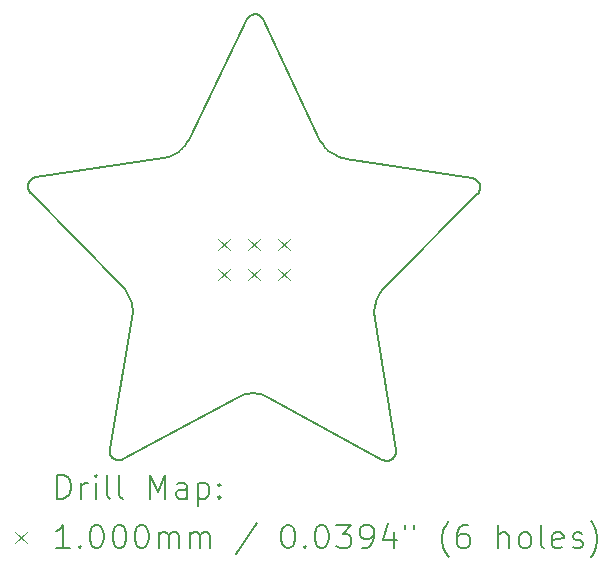
<source format=gbr>
%FSLAX45Y45*%
G04 Gerber Fmt 4.5, Leading zero omitted, Abs format (unit mm)*
G04 Created by KiCad (PCBNEW (6.0.4-0)) date 2022-05-03 21:37:51*
%MOMM*%
%LPD*%
G01*
G04 APERTURE LIST*
%TA.AperFunction,Profile*%
%ADD10C,0.200000*%
%TD*%
%ADD11C,0.200000*%
%ADD12C,0.100000*%
G04 APERTURE END LIST*
D10*
X12713854Y-5729777D02*
X12719262Y-5730387D01*
X12724575Y-5731381D01*
X12729776Y-5732749D01*
X12734848Y-5734479D01*
X12739776Y-5736562D01*
X12744543Y-5738986D01*
X12749133Y-5741740D01*
X12753528Y-5744815D01*
X12757713Y-5748199D01*
X12761670Y-5751882D01*
X12765384Y-5755853D01*
X12768837Y-5760101D01*
X12772014Y-5764615D01*
X12774898Y-5769385D01*
X12777472Y-5774400D01*
X13251706Y-6783138D01*
X13260220Y-6799916D01*
X13269647Y-6816011D01*
X13279948Y-6831392D01*
X13291082Y-6846029D01*
X13303010Y-6859892D01*
X13315692Y-6872951D01*
X13329088Y-6885174D01*
X13343158Y-6896533D01*
X13357862Y-6906997D01*
X13373160Y-6916535D01*
X13389012Y-6925117D01*
X13405379Y-6932713D01*
X13422220Y-6939293D01*
X13439496Y-6944826D01*
X13457167Y-6949283D01*
X13475192Y-6952632D01*
X14547586Y-7116876D01*
X14552983Y-7117906D01*
X14558247Y-7119316D01*
X14563364Y-7121091D01*
X14568318Y-7123220D01*
X14573096Y-7125689D01*
X14577681Y-7128485D01*
X14582059Y-7131595D01*
X14586216Y-7135007D01*
X14590137Y-7138706D01*
X14593806Y-7142680D01*
X14597209Y-7146916D01*
X14600331Y-7151400D01*
X14603157Y-7156121D01*
X14605673Y-7161064D01*
X14607863Y-7166216D01*
X14609713Y-7171565D01*
X14611193Y-7177038D01*
X14612286Y-7182556D01*
X14612997Y-7188101D01*
X14613331Y-7193652D01*
X14613293Y-7199190D01*
X14612887Y-7204696D01*
X14612119Y-7210150D01*
X14610993Y-7215532D01*
X14609513Y-7220823D01*
X14607686Y-7226002D01*
X14605514Y-7231052D01*
X14603004Y-7235951D01*
X14600160Y-7240680D01*
X14596986Y-7245220D01*
X14593488Y-7249551D01*
X14589671Y-7253654D01*
X13808519Y-8035977D01*
X13795718Y-8049606D01*
X13783823Y-8063921D01*
X13772850Y-8078875D01*
X13762815Y-8094416D01*
X13753734Y-8110499D01*
X13745621Y-8127072D01*
X13738494Y-8144088D01*
X13732366Y-8161498D01*
X13727254Y-8179253D01*
X13723173Y-8197304D01*
X13720140Y-8215603D01*
X13718168Y-8234101D01*
X13717275Y-8252749D01*
X13717476Y-8271498D01*
X13718786Y-8290299D01*
X13721220Y-8309105D01*
X13898225Y-9416956D01*
X13898929Y-9422595D01*
X13899244Y-9428221D01*
X13899178Y-9433817D01*
X13898738Y-9439363D01*
X13897932Y-9444841D01*
X13896766Y-9450232D01*
X13895249Y-9455518D01*
X13893388Y-9460679D01*
X13891190Y-9465697D01*
X13888663Y-9470553D01*
X13885815Y-9475229D01*
X13882652Y-9479706D01*
X13879182Y-9483965D01*
X13875413Y-9487987D01*
X13871352Y-9491754D01*
X13867006Y-9495248D01*
X13862435Y-9498415D01*
X13857702Y-9501216D01*
X13852829Y-9503649D01*
X13847835Y-9505712D01*
X13842738Y-9507404D01*
X13837560Y-9508725D01*
X13832318Y-9509671D01*
X13827032Y-9510243D01*
X13821723Y-9510438D01*
X13816408Y-9510255D01*
X13811109Y-9509693D01*
X13805844Y-9508750D01*
X13800632Y-9507425D01*
X13795494Y-9505716D01*
X13790449Y-9503623D01*
X13785515Y-9501143D01*
X13785515Y-9501143D01*
X13785515Y-9501143D01*
X13785515Y-9501143D01*
X13785515Y-9501143D01*
X13785515Y-9501143D01*
X13785515Y-9501143D01*
X13785516Y-9501143D01*
X12828503Y-8975908D01*
X12812077Y-8967553D01*
X12795299Y-8960305D01*
X12778217Y-8954166D01*
X12760880Y-8949134D01*
X12743340Y-8945210D01*
X12725644Y-8942395D01*
X12707843Y-8940687D01*
X12689987Y-8940089D01*
X12672123Y-8940598D01*
X12654303Y-8942217D01*
X12636576Y-8944944D01*
X12618991Y-8948780D01*
X12601598Y-8953725D01*
X12584446Y-8959779D01*
X12567585Y-8966943D01*
X12551064Y-8975215D01*
X11588064Y-9495661D01*
X11583103Y-9498116D01*
X11578033Y-9500185D01*
X11572876Y-9501867D01*
X11567649Y-9503166D01*
X11562373Y-9504083D01*
X11557068Y-9504618D01*
X11551752Y-9504775D01*
X11546444Y-9504553D01*
X11541166Y-9503955D01*
X11535935Y-9502983D01*
X11530771Y-9501637D01*
X11525694Y-9499919D01*
X11520724Y-9497831D01*
X11515879Y-9495374D01*
X11511179Y-9492550D01*
X11506643Y-9489360D01*
X11504455Y-9487637D01*
X11502338Y-9485845D01*
X11500293Y-9483984D01*
X11498320Y-9482057D01*
X11494597Y-9478016D01*
X11491176Y-9473740D01*
X11488065Y-9469248D01*
X11485269Y-9464558D01*
X11482798Y-9459689D01*
X11480658Y-9454660D01*
X11478856Y-9449490D01*
X11477400Y-9444197D01*
X11476296Y-9438801D01*
X11475552Y-9433319D01*
X11475175Y-9427770D01*
X11475173Y-9422174D01*
X11475553Y-9416550D01*
X11475888Y-9413732D01*
X11476322Y-9410914D01*
X11666007Y-8303978D01*
X11668657Y-8285185D01*
X11670182Y-8266390D01*
X11670597Y-8247643D01*
X11669917Y-8228991D01*
X11668158Y-8210484D01*
X11665334Y-8192171D01*
X11661460Y-8174100D01*
X11656552Y-8156320D01*
X11650624Y-8138880D01*
X11643691Y-8121828D01*
X11635769Y-8105215D01*
X11626872Y-8089088D01*
X11617015Y-8073497D01*
X11606214Y-8058489D01*
X11594483Y-8044115D01*
X11581838Y-8030422D01*
X10809667Y-7244224D01*
X10805897Y-7240103D01*
X10802449Y-7235754D01*
X10799327Y-7231198D01*
X10796537Y-7226455D01*
X10794083Y-7221543D01*
X10791969Y-7216483D01*
X10790201Y-7211295D01*
X10788782Y-7205997D01*
X10787717Y-7200609D01*
X10787011Y-7195152D01*
X10786669Y-7189644D01*
X10786694Y-7184106D01*
X10787092Y-7178556D01*
X10787867Y-7173015D01*
X10789023Y-7167503D01*
X10790565Y-7162038D01*
X10792476Y-7156698D01*
X10794725Y-7151556D01*
X10797298Y-7146626D01*
X10800178Y-7141920D01*
X10803351Y-7137451D01*
X10806802Y-7133232D01*
X10810517Y-7129277D01*
X10814480Y-7125597D01*
X10818676Y-7122207D01*
X10823090Y-7119119D01*
X10827707Y-7116346D01*
X10832512Y-7113900D01*
X10837491Y-7111796D01*
X10842628Y-7110046D01*
X10847908Y-7108663D01*
X10850597Y-7108114D01*
X10853317Y-7107660D01*
X11927561Y-6948771D01*
X11945624Y-6945512D01*
X11963345Y-6941144D01*
X11980684Y-6935697D01*
X11997600Y-6929201D01*
X12014053Y-6921687D01*
X12030004Y-6913184D01*
X12045410Y-6903722D01*
X12060234Y-6893333D01*
X12074433Y-6882044D01*
X12087968Y-6869888D01*
X12100799Y-6856893D01*
X12112886Y-6843090D01*
X12124187Y-6828509D01*
X12134664Y-6813180D01*
X12144275Y-6797132D01*
X12152981Y-6780397D01*
X12638752Y-5774054D01*
X12640029Y-5771523D01*
X12641384Y-5769052D01*
X12642816Y-5766643D01*
X12644322Y-5764296D01*
X12645901Y-5762014D01*
X12647551Y-5759798D01*
X12649268Y-5757649D01*
X12651053Y-5755568D01*
X12652901Y-5753556D01*
X12654812Y-5751616D01*
X12656782Y-5749747D01*
X12658811Y-5747953D01*
X12660896Y-5746233D01*
X12663034Y-5744590D01*
X12665225Y-5743024D01*
X12667465Y-5741537D01*
X12669752Y-5740130D01*
X12672085Y-5738805D01*
X12674462Y-5737563D01*
X12676880Y-5736405D01*
X12679337Y-5735332D01*
X12681832Y-5734347D01*
X12684361Y-5733449D01*
X12686924Y-5732642D01*
X12689518Y-5731925D01*
X12692141Y-5731300D01*
X12694790Y-5730769D01*
X12697464Y-5730333D01*
X12700161Y-5729992D01*
X12702879Y-5729750D01*
X12705615Y-5729606D01*
X12708368Y-5729562D01*
X12713854Y-5729777D01*
D11*
D12*
X12396000Y-7630000D02*
X12496000Y-7730000D01*
X12496000Y-7630000D02*
X12396000Y-7730000D01*
X12396000Y-7884000D02*
X12496000Y-7984000D01*
X12496000Y-7884000D02*
X12396000Y-7984000D01*
X12650000Y-7630000D02*
X12750000Y-7730000D01*
X12750000Y-7630000D02*
X12650000Y-7730000D01*
X12650000Y-7884000D02*
X12750000Y-7984000D01*
X12750000Y-7884000D02*
X12650000Y-7984000D01*
X12904000Y-7630000D02*
X13004000Y-7730000D01*
X13004000Y-7630000D02*
X12904000Y-7730000D01*
X12904000Y-7884000D02*
X13004000Y-7984000D01*
X13004000Y-7884000D02*
X12904000Y-7984000D01*
D11*
X11034288Y-9830914D02*
X11034288Y-9630914D01*
X11081907Y-9630914D01*
X11110478Y-9640438D01*
X11129526Y-9659485D01*
X11139050Y-9678533D01*
X11148574Y-9716628D01*
X11148574Y-9745200D01*
X11139050Y-9783295D01*
X11129526Y-9802342D01*
X11110478Y-9821390D01*
X11081907Y-9830914D01*
X11034288Y-9830914D01*
X11234288Y-9830914D02*
X11234288Y-9697581D01*
X11234288Y-9735676D02*
X11243812Y-9716628D01*
X11253335Y-9707104D01*
X11272383Y-9697581D01*
X11291431Y-9697581D01*
X11358097Y-9830914D02*
X11358097Y-9697581D01*
X11358097Y-9630914D02*
X11348573Y-9640438D01*
X11358097Y-9649962D01*
X11367621Y-9640438D01*
X11358097Y-9630914D01*
X11358097Y-9649962D01*
X11481907Y-9830914D02*
X11462859Y-9821390D01*
X11453335Y-9802342D01*
X11453335Y-9630914D01*
X11586669Y-9830914D02*
X11567621Y-9821390D01*
X11558097Y-9802342D01*
X11558097Y-9630914D01*
X11815240Y-9830914D02*
X11815240Y-9630914D01*
X11881907Y-9773771D01*
X11948573Y-9630914D01*
X11948573Y-9830914D01*
X12129526Y-9830914D02*
X12129526Y-9726152D01*
X12120002Y-9707104D01*
X12100954Y-9697581D01*
X12062859Y-9697581D01*
X12043812Y-9707104D01*
X12129526Y-9821390D02*
X12110478Y-9830914D01*
X12062859Y-9830914D01*
X12043812Y-9821390D01*
X12034288Y-9802342D01*
X12034288Y-9783295D01*
X12043812Y-9764247D01*
X12062859Y-9754723D01*
X12110478Y-9754723D01*
X12129526Y-9745200D01*
X12224764Y-9697581D02*
X12224764Y-9897581D01*
X12224764Y-9707104D02*
X12243812Y-9697581D01*
X12281907Y-9697581D01*
X12300954Y-9707104D01*
X12310478Y-9716628D01*
X12320002Y-9735676D01*
X12320002Y-9792819D01*
X12310478Y-9811866D01*
X12300954Y-9821390D01*
X12281907Y-9830914D01*
X12243812Y-9830914D01*
X12224764Y-9821390D01*
X12405716Y-9811866D02*
X12415240Y-9821390D01*
X12405716Y-9830914D01*
X12396193Y-9821390D01*
X12405716Y-9811866D01*
X12405716Y-9830914D01*
X12405716Y-9707104D02*
X12415240Y-9716628D01*
X12405716Y-9726152D01*
X12396193Y-9716628D01*
X12405716Y-9707104D01*
X12405716Y-9726152D01*
D12*
X10676669Y-10110438D02*
X10776669Y-10210438D01*
X10776669Y-10110438D02*
X10676669Y-10210438D01*
D11*
X11139050Y-10250914D02*
X11024764Y-10250914D01*
X11081907Y-10250914D02*
X11081907Y-10050914D01*
X11062859Y-10079485D01*
X11043812Y-10098533D01*
X11024764Y-10108057D01*
X11224764Y-10231866D02*
X11234288Y-10241390D01*
X11224764Y-10250914D01*
X11215240Y-10241390D01*
X11224764Y-10231866D01*
X11224764Y-10250914D01*
X11358097Y-10050914D02*
X11377145Y-10050914D01*
X11396193Y-10060438D01*
X11405716Y-10069962D01*
X11415240Y-10089009D01*
X11424764Y-10127104D01*
X11424764Y-10174723D01*
X11415240Y-10212819D01*
X11405716Y-10231866D01*
X11396193Y-10241390D01*
X11377145Y-10250914D01*
X11358097Y-10250914D01*
X11339050Y-10241390D01*
X11329526Y-10231866D01*
X11320002Y-10212819D01*
X11310478Y-10174723D01*
X11310478Y-10127104D01*
X11320002Y-10089009D01*
X11329526Y-10069962D01*
X11339050Y-10060438D01*
X11358097Y-10050914D01*
X11548573Y-10050914D02*
X11567621Y-10050914D01*
X11586669Y-10060438D01*
X11596193Y-10069962D01*
X11605716Y-10089009D01*
X11615240Y-10127104D01*
X11615240Y-10174723D01*
X11605716Y-10212819D01*
X11596193Y-10231866D01*
X11586669Y-10241390D01*
X11567621Y-10250914D01*
X11548573Y-10250914D01*
X11529526Y-10241390D01*
X11520002Y-10231866D01*
X11510478Y-10212819D01*
X11500954Y-10174723D01*
X11500954Y-10127104D01*
X11510478Y-10089009D01*
X11520002Y-10069962D01*
X11529526Y-10060438D01*
X11548573Y-10050914D01*
X11739050Y-10050914D02*
X11758097Y-10050914D01*
X11777145Y-10060438D01*
X11786669Y-10069962D01*
X11796193Y-10089009D01*
X11805716Y-10127104D01*
X11805716Y-10174723D01*
X11796193Y-10212819D01*
X11786669Y-10231866D01*
X11777145Y-10241390D01*
X11758097Y-10250914D01*
X11739050Y-10250914D01*
X11720002Y-10241390D01*
X11710478Y-10231866D01*
X11700954Y-10212819D01*
X11691431Y-10174723D01*
X11691431Y-10127104D01*
X11700954Y-10089009D01*
X11710478Y-10069962D01*
X11720002Y-10060438D01*
X11739050Y-10050914D01*
X11891431Y-10250914D02*
X11891431Y-10117581D01*
X11891431Y-10136628D02*
X11900954Y-10127104D01*
X11920002Y-10117581D01*
X11948573Y-10117581D01*
X11967621Y-10127104D01*
X11977145Y-10146152D01*
X11977145Y-10250914D01*
X11977145Y-10146152D02*
X11986669Y-10127104D01*
X12005716Y-10117581D01*
X12034288Y-10117581D01*
X12053335Y-10127104D01*
X12062859Y-10146152D01*
X12062859Y-10250914D01*
X12158097Y-10250914D02*
X12158097Y-10117581D01*
X12158097Y-10136628D02*
X12167621Y-10127104D01*
X12186669Y-10117581D01*
X12215240Y-10117581D01*
X12234288Y-10127104D01*
X12243812Y-10146152D01*
X12243812Y-10250914D01*
X12243812Y-10146152D02*
X12253335Y-10127104D01*
X12272383Y-10117581D01*
X12300954Y-10117581D01*
X12320002Y-10127104D01*
X12329526Y-10146152D01*
X12329526Y-10250914D01*
X12720002Y-10041390D02*
X12548573Y-10298533D01*
X12977145Y-10050914D02*
X12996193Y-10050914D01*
X13015240Y-10060438D01*
X13024764Y-10069962D01*
X13034288Y-10089009D01*
X13043812Y-10127104D01*
X13043812Y-10174723D01*
X13034288Y-10212819D01*
X13024764Y-10231866D01*
X13015240Y-10241390D01*
X12996193Y-10250914D01*
X12977145Y-10250914D01*
X12958097Y-10241390D01*
X12948573Y-10231866D01*
X12939050Y-10212819D01*
X12929526Y-10174723D01*
X12929526Y-10127104D01*
X12939050Y-10089009D01*
X12948573Y-10069962D01*
X12958097Y-10060438D01*
X12977145Y-10050914D01*
X13129526Y-10231866D02*
X13139050Y-10241390D01*
X13129526Y-10250914D01*
X13120002Y-10241390D01*
X13129526Y-10231866D01*
X13129526Y-10250914D01*
X13262859Y-10050914D02*
X13281907Y-10050914D01*
X13300954Y-10060438D01*
X13310478Y-10069962D01*
X13320002Y-10089009D01*
X13329526Y-10127104D01*
X13329526Y-10174723D01*
X13320002Y-10212819D01*
X13310478Y-10231866D01*
X13300954Y-10241390D01*
X13281907Y-10250914D01*
X13262859Y-10250914D01*
X13243812Y-10241390D01*
X13234288Y-10231866D01*
X13224764Y-10212819D01*
X13215240Y-10174723D01*
X13215240Y-10127104D01*
X13224764Y-10089009D01*
X13234288Y-10069962D01*
X13243812Y-10060438D01*
X13262859Y-10050914D01*
X13396193Y-10050914D02*
X13520002Y-10050914D01*
X13453335Y-10127104D01*
X13481907Y-10127104D01*
X13500954Y-10136628D01*
X13510478Y-10146152D01*
X13520002Y-10165200D01*
X13520002Y-10212819D01*
X13510478Y-10231866D01*
X13500954Y-10241390D01*
X13481907Y-10250914D01*
X13424764Y-10250914D01*
X13405716Y-10241390D01*
X13396193Y-10231866D01*
X13615240Y-10250914D02*
X13653335Y-10250914D01*
X13672383Y-10241390D01*
X13681907Y-10231866D01*
X13700954Y-10203295D01*
X13710478Y-10165200D01*
X13710478Y-10089009D01*
X13700954Y-10069962D01*
X13691431Y-10060438D01*
X13672383Y-10050914D01*
X13634288Y-10050914D01*
X13615240Y-10060438D01*
X13605716Y-10069962D01*
X13596193Y-10089009D01*
X13596193Y-10136628D01*
X13605716Y-10155676D01*
X13615240Y-10165200D01*
X13634288Y-10174723D01*
X13672383Y-10174723D01*
X13691431Y-10165200D01*
X13700954Y-10155676D01*
X13710478Y-10136628D01*
X13881907Y-10117581D02*
X13881907Y-10250914D01*
X13834288Y-10041390D02*
X13786669Y-10184247D01*
X13910478Y-10184247D01*
X13977145Y-10050914D02*
X13977145Y-10089009D01*
X14053335Y-10050914D02*
X14053335Y-10089009D01*
X14348573Y-10327104D02*
X14339050Y-10317581D01*
X14320002Y-10289009D01*
X14310478Y-10269962D01*
X14300954Y-10241390D01*
X14291431Y-10193771D01*
X14291431Y-10155676D01*
X14300954Y-10108057D01*
X14310478Y-10079485D01*
X14320002Y-10060438D01*
X14339050Y-10031866D01*
X14348573Y-10022342D01*
X14510478Y-10050914D02*
X14472383Y-10050914D01*
X14453335Y-10060438D01*
X14443812Y-10069962D01*
X14424764Y-10098533D01*
X14415240Y-10136628D01*
X14415240Y-10212819D01*
X14424764Y-10231866D01*
X14434288Y-10241390D01*
X14453335Y-10250914D01*
X14491431Y-10250914D01*
X14510478Y-10241390D01*
X14520002Y-10231866D01*
X14529526Y-10212819D01*
X14529526Y-10165200D01*
X14520002Y-10146152D01*
X14510478Y-10136628D01*
X14491431Y-10127104D01*
X14453335Y-10127104D01*
X14434288Y-10136628D01*
X14424764Y-10146152D01*
X14415240Y-10165200D01*
X14767621Y-10250914D02*
X14767621Y-10050914D01*
X14853335Y-10250914D02*
X14853335Y-10146152D01*
X14843812Y-10127104D01*
X14824764Y-10117581D01*
X14796193Y-10117581D01*
X14777145Y-10127104D01*
X14767621Y-10136628D01*
X14977145Y-10250914D02*
X14958097Y-10241390D01*
X14948573Y-10231866D01*
X14939050Y-10212819D01*
X14939050Y-10155676D01*
X14948573Y-10136628D01*
X14958097Y-10127104D01*
X14977145Y-10117581D01*
X15005716Y-10117581D01*
X15024764Y-10127104D01*
X15034288Y-10136628D01*
X15043812Y-10155676D01*
X15043812Y-10212819D01*
X15034288Y-10231866D01*
X15024764Y-10241390D01*
X15005716Y-10250914D01*
X14977145Y-10250914D01*
X15158097Y-10250914D02*
X15139050Y-10241390D01*
X15129526Y-10222342D01*
X15129526Y-10050914D01*
X15310478Y-10241390D02*
X15291431Y-10250914D01*
X15253335Y-10250914D01*
X15234288Y-10241390D01*
X15224764Y-10222342D01*
X15224764Y-10146152D01*
X15234288Y-10127104D01*
X15253335Y-10117581D01*
X15291431Y-10117581D01*
X15310478Y-10127104D01*
X15320002Y-10146152D01*
X15320002Y-10165200D01*
X15224764Y-10184247D01*
X15396193Y-10241390D02*
X15415240Y-10250914D01*
X15453335Y-10250914D01*
X15472383Y-10241390D01*
X15481907Y-10222342D01*
X15481907Y-10212819D01*
X15472383Y-10193771D01*
X15453335Y-10184247D01*
X15424764Y-10184247D01*
X15405716Y-10174723D01*
X15396193Y-10155676D01*
X15396193Y-10146152D01*
X15405716Y-10127104D01*
X15424764Y-10117581D01*
X15453335Y-10117581D01*
X15472383Y-10127104D01*
X15548573Y-10327104D02*
X15558097Y-10317581D01*
X15577145Y-10289009D01*
X15586669Y-10269962D01*
X15596193Y-10241390D01*
X15605716Y-10193771D01*
X15605716Y-10155676D01*
X15596193Y-10108057D01*
X15586669Y-10079485D01*
X15577145Y-10060438D01*
X15558097Y-10031866D01*
X15548573Y-10022342D01*
M02*

</source>
